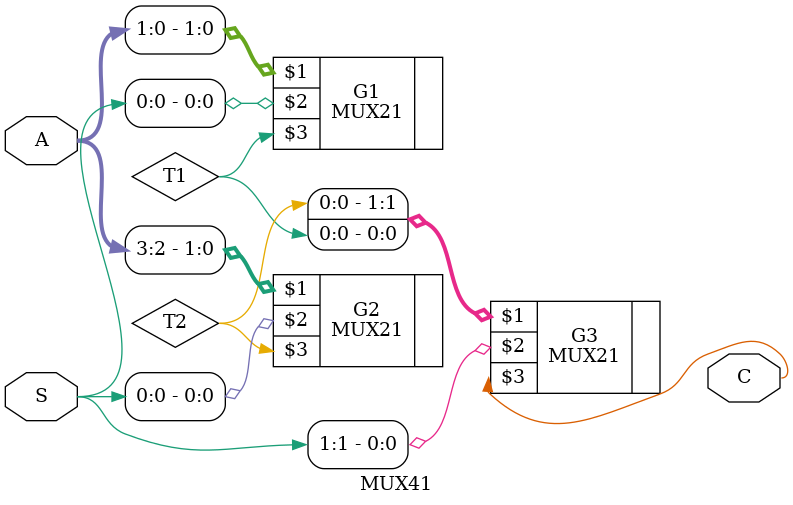
<source format=v>
`timescale 1ns / 1ps
module MUX41(
    input [3:0] A,
    input [1:0] S,
    output C
    );
	 
	 wire T1, T2;
	 
	 MUX21 G1(A[1:0], S[0], T1);
	 MUX21 G2(A[3:2], S[0], T2);
	 MUX21 G3({T2, T1}, S[1], C);

endmodule

</source>
